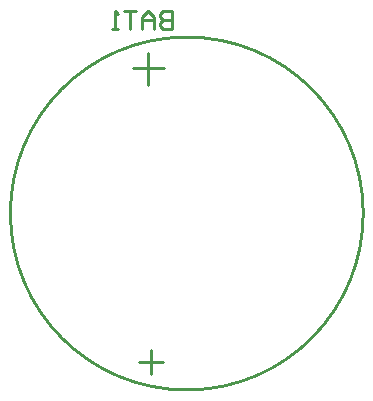
<source format=gbo>
%FSLAX25Y25*%
%MOIN*%
G70*
G01*
G75*
G04 Layer_Color=32896*
%ADD10O,0.01180X0.05906*%
%ADD11O,0.05906X0.01180*%
%ADD12R,0.17716X0.17716*%
%ADD13R,0.04000X0.03500*%
%ADD14R,0.05906X0.04724*%
%ADD15R,0.03937X0.07087*%
%ADD16R,0.02953X0.02362*%
%ADD17R,0.02362X0.02953*%
%ADD18R,0.02362X0.07874*%
%ADD19R,0.07874X0.02362*%
%ADD20R,0.03500X0.04000*%
%ADD21R,0.04724X0.05512*%
%ADD22R,0.08800X0.04200*%
%ADD23R,0.04000X0.04000*%
%ADD24R,0.01400X0.04000*%
%ADD25R,0.07200X0.08000*%
%ADD26R,0.07200X0.16000*%
%ADD27R,0.04200X0.08800*%
%ADD28R,0.04000X0.04000*%
%ADD29C,0.01000*%
%ADD30C,0.02000*%
%ADD31C,0.04000*%
%ADD32C,0.10000*%
%ADD33R,0.03000X0.03000*%
%ADD34R,0.10000X0.08000*%
%ADD35C,0.12000*%
%ADD36C,0.04000*%
%ADD37R,0.05906X0.05906*%
%ADD38C,0.05906*%
%ADD39C,0.02500*%
%ADD40R,0.17700X0.17700*%
%ADD41R,0.20000X0.20000*%
%ADD42C,0.00600*%
%ADD43C,0.00787*%
%ADD44C,0.00400*%
%ADD45O,0.01580X0.06306*%
%ADD46O,0.06306X0.01580*%
%ADD47R,0.04800X0.04300*%
%ADD48R,0.06706X0.05524*%
%ADD49R,0.04737X0.07887*%
%ADD50R,0.03753X0.03162*%
%ADD51R,0.03162X0.03753*%
%ADD52R,0.03162X0.08674*%
%ADD53R,0.08674X0.03162*%
%ADD54R,0.04300X0.04800*%
%ADD55R,0.05524X0.06312*%
%ADD56R,0.09600X0.05000*%
%ADD57R,0.04800X0.04800*%
%ADD58R,0.02200X0.04800*%
%ADD59R,0.08000X0.08800*%
%ADD60R,0.08000X0.16800*%
%ADD61R,0.05000X0.09600*%
%ADD62R,0.04800X0.04800*%
%ADD63R,0.10800X0.08800*%
%ADD64C,0.12800*%
%ADD65R,0.06706X0.06706*%
%ADD66C,0.06706*%
%ADD67C,0.03300*%
%ADD68R,0.18500X0.18500*%
%ADD69R,0.20800X0.20800*%
D29*
X65494Y4695D02*
G03*
X65000Y4693I-494J58805D01*
G01*
X53000Y10000D02*
Y18000D01*
X47000Y112000D02*
X57500D01*
X52000Y106500D02*
Y117000D01*
X49000Y14000D02*
X53000D01*
X49000D02*
X57000D01*
X60000Y130998D02*
Y125000D01*
X57001D01*
X56001Y126000D01*
Y126999D01*
X57001Y127999D01*
X60000D01*
X57001D01*
X56001Y128999D01*
Y129998D01*
X57001Y130998D01*
X60000D01*
X54002Y125000D02*
Y128999D01*
X52003Y130998D01*
X50003Y128999D01*
Y125000D01*
Y127999D01*
X54002D01*
X48004Y130998D02*
X44005D01*
X46005D01*
Y125000D01*
X42006D02*
X40007D01*
X41006D01*
Y130998D01*
X42006Y129998D01*
M02*

</source>
